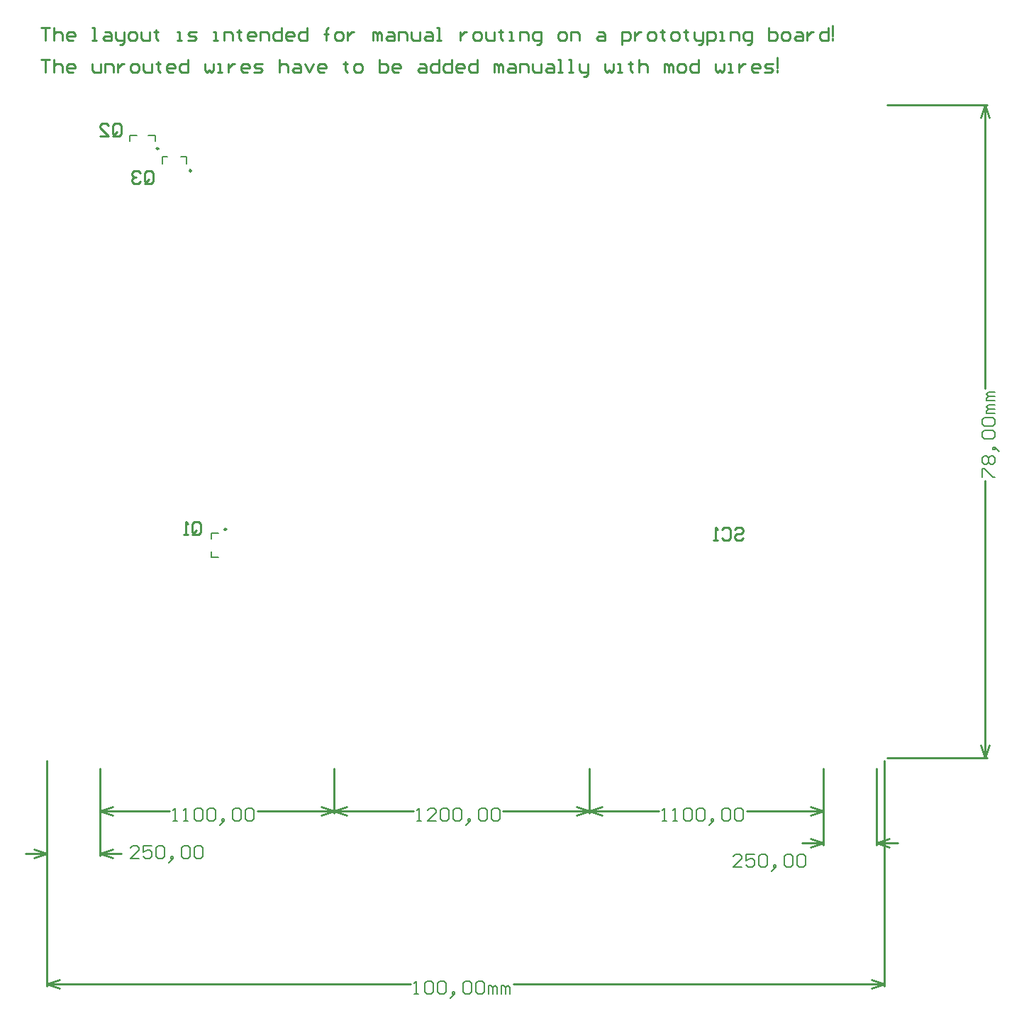
<source format=gbo>
G04 Layer_Color=13813960*
%FSLAX25Y25*%
%MOIN*%
G70*
G01*
G75*
%ADD14C,0.01000*%
%ADD15C,0.00600*%
%ADD42C,0.00787*%
%ADD43C,0.00984*%
D14*
X562202Y599700D02*
X562202Y603699D01*
X563202Y604699D01*
X565201Y604699D01*
X566201Y603699D01*
X566201Y599700D01*
X565201Y598701D01*
X563202Y598701D01*
X564201Y600700D02*
X562202Y598701D01*
X563202Y598701D02*
X562202Y599700D01*
X560203Y598701D02*
X558203Y598701D01*
X559203Y598701D01*
X559203Y604699D01*
X560203Y603699D01*
X524702Y787200D02*
X524702Y791199D01*
X525702Y792199D01*
X527701Y792199D01*
X528701Y791199D01*
X528701Y787200D01*
X527701Y786201D01*
X525702Y786201D01*
X526701Y788200D02*
X524702Y786201D01*
X525702Y786201D02*
X524702Y787200D01*
X518704Y786201D02*
X522703Y786201D01*
X518704Y790200D01*
X518704Y791199D01*
X519704Y792199D01*
X521703Y792199D01*
X522703Y791199D01*
X539702Y764701D02*
X539702Y768699D01*
X540702Y769699D01*
X542701Y769699D01*
X543701Y768699D01*
X543701Y764701D01*
X542701Y763701D01*
X540702Y763701D01*
X541701Y765700D02*
X539702Y763701D01*
X540702Y763701D02*
X539702Y764701D01*
X537703Y768699D02*
X536703Y769699D01*
X534704Y769699D01*
X533704Y768699D01*
X533704Y767699D01*
X534704Y766700D01*
X535703Y766700D01*
X534704Y766700D01*
X533704Y765700D01*
X533704Y764701D01*
X534704Y763701D01*
X536703Y763701D01*
X537703Y764701D01*
X817202Y601199D02*
X818202Y602199D01*
X820201Y602199D01*
X821201Y601199D01*
X821201Y600200D01*
X820201Y599200D01*
X818202Y599200D01*
X817202Y598200D01*
X817202Y597200D01*
X818202Y596201D01*
X820201Y596201D01*
X821201Y597200D01*
X811204Y601199D02*
X812204Y602199D01*
X814203Y602199D01*
X815203Y601199D01*
X815203Y597200D01*
X814203Y596201D01*
X812204Y596201D01*
X811204Y597200D01*
X809205Y596201D02*
X807205Y596201D01*
X808205Y596201D01*
X808205Y602199D01*
X809205Y601199D01*
X491201Y837199D02*
X495199Y837199D01*
X493200Y837199D01*
X493200Y831201D01*
X497199Y837199D02*
X497199Y831201D01*
X497199Y834200D01*
X498199Y835200D01*
X500198Y835200D01*
X501198Y834200D01*
X501198Y831201D01*
X506196Y831201D02*
X504197Y831201D01*
X503197Y832201D01*
X503197Y834200D01*
X504197Y835200D01*
X506196Y835200D01*
X507196Y834200D01*
X507196Y833200D01*
X503197Y833200D01*
X515193Y831201D02*
X517192Y831201D01*
X516193Y831201D01*
X516193Y837199D01*
X515193Y837199D01*
X521191Y835200D02*
X523190Y835200D01*
X524190Y834200D01*
X524190Y831201D01*
X521191Y831201D01*
X520191Y832201D01*
X521191Y833200D01*
X524190Y833200D01*
X526190Y835200D02*
X526190Y832201D01*
X527189Y831201D01*
X530188Y831201D01*
X530188Y830201D01*
X529188Y829201D01*
X528189Y829201D01*
X530188Y831201D02*
X530188Y835200D01*
X533187Y831201D02*
X535187Y831201D01*
X536186Y832201D01*
X536186Y834200D01*
X535187Y835200D01*
X533187Y835200D01*
X532188Y834200D01*
X532188Y832201D01*
X533187Y831201D01*
X538186Y835200D02*
X538186Y832201D01*
X539185Y831201D01*
X542184Y831201D01*
X542184Y835200D01*
X545183Y836199D02*
X545183Y835200D01*
X544184Y835200D01*
X546183Y835200D01*
X545183Y835200D01*
X545183Y832201D01*
X546183Y831201D01*
X555180Y831201D02*
X557179Y831201D01*
X556180Y831201D01*
X556180Y835200D01*
X555180Y835200D01*
X560179Y831201D02*
X563177Y831201D01*
X564177Y832201D01*
X563177Y833200D01*
X561178Y833200D01*
X560179Y834200D01*
X561178Y835200D01*
X564177Y835200D01*
X572175Y831201D02*
X574174Y831201D01*
X573174Y831201D01*
X573174Y835200D01*
X572175Y835200D01*
X577173Y831201D02*
X577173Y835200D01*
X580172Y835200D01*
X581172Y834200D01*
X581172Y831201D01*
X584171Y836199D02*
X584171Y835200D01*
X583171Y835200D01*
X585170Y835200D01*
X584171Y835200D01*
X584171Y832201D01*
X585170Y831201D01*
X591168Y831201D02*
X589169Y831201D01*
X588169Y832201D01*
X588169Y834200D01*
X589169Y835200D01*
X591168Y835200D01*
X592168Y834200D01*
X592168Y833200D01*
X588169Y833200D01*
X594168Y831201D02*
X594168Y835200D01*
X597166Y835200D01*
X598166Y834200D01*
X598166Y831201D01*
X604164Y837199D02*
X604164Y831201D01*
X601165Y831201D01*
X600166Y832201D01*
X600166Y834200D01*
X601165Y835200D01*
X604164Y835200D01*
X609163Y831201D02*
X607163Y831201D01*
X606164Y832201D01*
X606164Y834200D01*
X607163Y835200D01*
X609163Y835200D01*
X610162Y834200D01*
X610162Y833200D01*
X606164Y833200D01*
X616160Y837199D02*
X616160Y831201D01*
X613161Y831201D01*
X612162Y832201D01*
X612162Y834200D01*
X613161Y835200D01*
X616160Y835200D01*
X625157Y831201D02*
X625157Y836199D01*
X625157Y834200D01*
X624158Y834200D01*
X626157Y834200D01*
X625157Y834200D01*
X625157Y836199D01*
X626157Y837199D01*
X630156Y831201D02*
X632155Y831201D01*
X633155Y832201D01*
X633155Y834200D01*
X632155Y835200D01*
X630156Y835200D01*
X629156Y834200D01*
X629156Y832201D01*
X630156Y831201D01*
X635154Y835200D02*
X635154Y831201D01*
X635154Y833200D01*
X636154Y834200D01*
X637154Y835200D01*
X638153Y835200D01*
X647150Y831201D02*
X647150Y835200D01*
X648150Y835200D01*
X649150Y834200D01*
X649150Y831201D01*
X649150Y834200D01*
X650149Y835200D01*
X651149Y834200D01*
X651149Y831201D01*
X654148Y835200D02*
X656147Y835200D01*
X657147Y834200D01*
X657147Y831201D01*
X654148Y831201D01*
X653148Y832201D01*
X654148Y833200D01*
X657147Y833200D01*
X659146Y831201D02*
X659146Y835200D01*
X662146Y835200D01*
X663145Y834200D01*
X663145Y831201D01*
X665144Y835200D02*
X665144Y832201D01*
X666144Y831201D01*
X669143Y831201D01*
X669143Y835200D01*
X672142Y835200D02*
X674142Y835200D01*
X675141Y834200D01*
X675141Y831201D01*
X672142Y831201D01*
X671143Y832201D01*
X672142Y833200D01*
X675141Y833200D01*
X677141Y831201D02*
X679140Y831201D01*
X678140Y831201D01*
X678140Y837199D01*
X677141Y837199D01*
X688137Y835200D02*
X688137Y831201D01*
X688137Y833200D01*
X689137Y834200D01*
X690136Y835200D01*
X691136Y835200D01*
X695135Y831201D02*
X697134Y831201D01*
X698134Y832201D01*
X698134Y834200D01*
X697134Y835200D01*
X695135Y835200D01*
X694135Y834200D01*
X694135Y832201D01*
X695135Y831201D01*
X700133Y835200D02*
X700133Y832201D01*
X701133Y831201D01*
X704132Y831201D01*
X704132Y835200D01*
X707131Y836199D02*
X707131Y835200D01*
X706131Y835200D01*
X708131Y835200D01*
X707131Y835200D01*
X707131Y832201D01*
X708131Y831201D01*
X711130Y831201D02*
X713129Y831201D01*
X712129Y831201D01*
X712129Y835200D01*
X711130Y835200D01*
X716128Y831201D02*
X716128Y835200D01*
X719127Y835200D01*
X720127Y834200D01*
X720127Y831201D01*
X724125Y829201D02*
X725125Y829201D01*
X726125Y830201D01*
X726125Y835200D01*
X723126Y835200D01*
X722126Y834200D01*
X722126Y832201D01*
X723126Y831201D01*
X726125Y831201D01*
X735122Y831201D02*
X737121Y831201D01*
X738121Y832201D01*
X738121Y834200D01*
X737121Y835200D01*
X735122Y835200D01*
X734122Y834200D01*
X734122Y832201D01*
X735122Y831201D01*
X740120Y831201D02*
X740120Y835200D01*
X743119Y835200D01*
X744119Y834200D01*
X744119Y831201D01*
X753116Y835200D02*
X755115Y835200D01*
X756115Y834200D01*
X756115Y831201D01*
X753116Y831201D01*
X752116Y832201D01*
X753116Y833200D01*
X756115Y833200D01*
X764113Y829201D02*
X764113Y835200D01*
X767111Y835200D01*
X768111Y834200D01*
X768111Y832201D01*
X767111Y831201D01*
X764113Y831201D01*
X770111Y835200D02*
X770111Y831201D01*
X770111Y833200D01*
X771110Y834200D01*
X772110Y835200D01*
X773110Y835200D01*
X777108Y831201D02*
X779108Y831201D01*
X780107Y832201D01*
X780107Y834200D01*
X779108Y835200D01*
X777108Y835200D01*
X776109Y834200D01*
X776109Y832201D01*
X777108Y831201D01*
X783106Y836199D02*
X783106Y835200D01*
X782107Y835200D01*
X784106Y835200D01*
X783106Y835200D01*
X783106Y832201D01*
X784106Y831201D01*
X788105Y831201D02*
X790104Y831201D01*
X791104Y832201D01*
X791104Y834200D01*
X790104Y835200D01*
X788105Y835200D01*
X787105Y834200D01*
X787105Y832201D01*
X788105Y831201D01*
X794103Y836199D02*
X794103Y835200D01*
X793103Y835200D01*
X795103Y835200D01*
X794103Y835200D01*
X794103Y832201D01*
X795103Y831201D01*
X798102Y835200D02*
X798102Y832201D01*
X799101Y831201D01*
X802100Y831201D01*
X802100Y830201D01*
X801101Y829201D01*
X800101Y829201D01*
X802100Y831201D02*
X802100Y835200D01*
X804099Y829201D02*
X804099Y835200D01*
X807099Y835200D01*
X808098Y834200D01*
X808098Y832201D01*
X807099Y831201D01*
X804099Y831201D01*
X810098Y831201D02*
X812097Y831201D01*
X811097Y831201D01*
X811097Y835200D01*
X810098Y835200D01*
X815096Y831201D02*
X815096Y835200D01*
X818095Y835200D01*
X819095Y834200D01*
X819095Y831201D01*
X823093Y829201D02*
X824093Y829201D01*
X825093Y830201D01*
X825093Y835200D01*
X822094Y835200D01*
X821094Y834200D01*
X821094Y832201D01*
X822094Y831201D01*
X825093Y831201D01*
X833090Y837199D02*
X833090Y831201D01*
X836089Y831201D01*
X837089Y832201D01*
X837089Y833200D01*
X837089Y834200D01*
X836089Y835200D01*
X833090Y835200D01*
X840088Y831201D02*
X842087Y831201D01*
X843087Y832201D01*
X843087Y834200D01*
X842087Y835200D01*
X840088Y835200D01*
X839088Y834200D01*
X839088Y832201D01*
X840088Y831201D01*
X846086Y835200D02*
X848085Y835200D01*
X849085Y834200D01*
X849085Y831201D01*
X846086Y831201D01*
X845086Y832201D01*
X846086Y833200D01*
X849085Y833200D01*
X851084Y835200D02*
X851084Y831201D01*
X851084Y833200D01*
X852084Y834200D01*
X853084Y835200D01*
X854083Y835200D01*
X861081Y837199D02*
X861081Y831201D01*
X858082Y831201D01*
X857082Y832201D01*
X857082Y834200D01*
X858082Y835200D01*
X861081Y835200D01*
X863081Y833200D02*
X863081Y838198D01*
X863081Y832201D02*
X863081Y831201D01*
X491201Y822199D02*
X495199Y822199D01*
X493200Y822199D01*
X493200Y816201D01*
X497199Y822199D02*
X497199Y816201D01*
X497199Y819200D01*
X498199Y820199D01*
X500198Y820199D01*
X501198Y819200D01*
X501198Y816201D01*
X506196Y816201D02*
X504197Y816201D01*
X503197Y817200D01*
X503197Y819200D01*
X504197Y820199D01*
X506196Y820199D01*
X507196Y819200D01*
X507196Y818200D01*
X503197Y818200D01*
X515193Y820199D02*
X515193Y817200D01*
X516193Y816201D01*
X519192Y816201D01*
X519192Y820199D01*
X521191Y816201D02*
X521191Y820199D01*
X524190Y820199D01*
X525190Y819200D01*
X525190Y816201D01*
X527189Y820199D02*
X527189Y816201D01*
X527189Y818200D01*
X528189Y819200D01*
X529188Y820199D01*
X530188Y820199D01*
X534187Y816201D02*
X536186Y816201D01*
X537186Y817200D01*
X537186Y819200D01*
X536186Y820199D01*
X534187Y820199D01*
X533187Y819200D01*
X533187Y817200D01*
X534187Y816201D01*
X539185Y820199D02*
X539185Y817200D01*
X540185Y816201D01*
X543184Y816201D01*
X543184Y820199D01*
X546183Y821199D02*
X546183Y820199D01*
X545183Y820199D01*
X547183Y820199D01*
X546183Y820199D01*
X546183Y817200D01*
X547183Y816201D01*
X553181Y816201D02*
X551181Y816201D01*
X550182Y817200D01*
X550182Y819200D01*
X551181Y820199D01*
X553181Y820199D01*
X554180Y819200D01*
X554180Y818200D01*
X550182Y818200D01*
X560179Y822199D02*
X560179Y816201D01*
X557179Y816201D01*
X556180Y817200D01*
X556180Y819200D01*
X557179Y820199D01*
X560179Y820199D01*
X568176Y820199D02*
X568176Y817200D01*
X569176Y816201D01*
X570175Y817200D01*
X571175Y816201D01*
X572175Y817200D01*
X572175Y820199D01*
X574174Y816201D02*
X576173Y816201D01*
X575174Y816201D01*
X575174Y820199D01*
X574174Y820199D01*
X579172Y820199D02*
X579172Y816201D01*
X579172Y818200D01*
X580172Y819200D01*
X581172Y820199D01*
X582171Y820199D01*
X588169Y816201D02*
X586170Y816201D01*
X585170Y817200D01*
X585170Y819200D01*
X586170Y820199D01*
X588169Y820199D01*
X589169Y819200D01*
X589169Y818200D01*
X585170Y818200D01*
X591168Y816201D02*
X594168Y816201D01*
X595167Y817200D01*
X594168Y818200D01*
X592168Y818200D01*
X591168Y819200D01*
X592168Y820199D01*
X595167Y820199D01*
X603165Y822199D02*
X603165Y816201D01*
X603165Y819200D01*
X604164Y820199D01*
X606164Y820199D01*
X607163Y819200D01*
X607163Y816201D01*
X610162Y820199D02*
X612162Y820199D01*
X613161Y819200D01*
X613161Y816201D01*
X610162Y816201D01*
X609163Y817200D01*
X610162Y818200D01*
X613161Y818200D01*
X615161Y820199D02*
X617160Y816201D01*
X619159Y820199D01*
X624158Y816201D02*
X622158Y816201D01*
X621159Y817200D01*
X621159Y819200D01*
X622158Y820199D01*
X624158Y820199D01*
X625157Y819200D01*
X625157Y818200D01*
X621159Y818200D01*
X634155Y821199D02*
X634155Y820199D01*
X633155Y820199D01*
X635154Y820199D01*
X634155Y820199D01*
X634155Y817200D01*
X635154Y816201D01*
X639153Y816201D02*
X641152Y816201D01*
X642152Y817200D01*
X642152Y819200D01*
X641152Y820199D01*
X639153Y820199D01*
X638153Y819200D01*
X638153Y817200D01*
X639153Y816201D01*
X650149Y822199D02*
X650149Y816201D01*
X653148Y816201D01*
X654148Y817200D01*
X654148Y818200D01*
X654148Y819200D01*
X653148Y820199D01*
X650149Y820199D01*
X659146Y816201D02*
X657147Y816201D01*
X656147Y817200D01*
X656147Y819200D01*
X657147Y820199D01*
X659146Y820199D01*
X660146Y819200D01*
X660146Y818200D01*
X656147Y818200D01*
X669143Y820199D02*
X671143Y820199D01*
X672142Y819200D01*
X672142Y816201D01*
X669143Y816201D01*
X668144Y817200D01*
X669143Y818200D01*
X672142Y818200D01*
X678140Y822199D02*
X678140Y816201D01*
X675141Y816201D01*
X674142Y817200D01*
X674142Y819200D01*
X675141Y820199D01*
X678140Y820199D01*
X684138Y822199D02*
X684138Y816201D01*
X681139Y816201D01*
X680140Y817200D01*
X680140Y819200D01*
X681139Y820199D01*
X684138Y820199D01*
X689137Y816201D02*
X687137Y816201D01*
X686138Y817200D01*
X686138Y819200D01*
X687137Y820199D01*
X689137Y820199D01*
X690136Y819200D01*
X690136Y818200D01*
X686138Y818200D01*
X696135Y822199D02*
X696135Y816201D01*
X693135Y816201D01*
X692136Y817200D01*
X692136Y819200D01*
X693135Y820199D01*
X696135Y820199D01*
X704132Y816201D02*
X704132Y820199D01*
X705132Y820199D01*
X706131Y819200D01*
X706131Y816201D01*
X706131Y819200D01*
X707131Y820199D01*
X708131Y819200D01*
X708131Y816201D01*
X711130Y820199D02*
X713129Y820199D01*
X714129Y819200D01*
X714129Y816201D01*
X711130Y816201D01*
X710130Y817200D01*
X711130Y818200D01*
X714129Y818200D01*
X716128Y816201D02*
X716128Y820199D01*
X719127Y820199D01*
X720127Y819200D01*
X720127Y816201D01*
X722126Y820199D02*
X722126Y817200D01*
X723126Y816201D01*
X726125Y816201D01*
X726125Y820199D01*
X729124Y820199D02*
X731123Y820199D01*
X732123Y819200D01*
X732123Y816201D01*
X729124Y816201D01*
X728124Y817200D01*
X729124Y818200D01*
X732123Y818200D01*
X734122Y816201D02*
X736122Y816201D01*
X735122Y816201D01*
X735122Y822199D01*
X734122Y822199D01*
X739121Y816201D02*
X741120Y816201D01*
X740120Y816201D01*
X740120Y822199D01*
X739121Y822199D01*
X744119Y820199D02*
X744119Y817200D01*
X745119Y816201D01*
X748118Y816201D01*
X748118Y815201D01*
X747118Y814201D01*
X746118Y814201D01*
X748118Y816201D02*
X748118Y820199D01*
X756115Y820199D02*
X756115Y817200D01*
X757115Y816201D01*
X758114Y817200D01*
X759114Y816201D01*
X760114Y817200D01*
X760114Y820199D01*
X762113Y816201D02*
X764113Y816201D01*
X763113Y816201D01*
X763113Y820199D01*
X762113Y820199D01*
X768111Y821199D02*
X768111Y820199D01*
X767111Y820199D01*
X769111Y820199D01*
X768111Y820199D01*
X768111Y817200D01*
X769111Y816201D01*
X772110Y822199D02*
X772110Y816201D01*
X772110Y819200D01*
X773110Y820199D01*
X775109Y820199D01*
X776109Y819200D01*
X776109Y816201D01*
X784106Y816201D02*
X784106Y820199D01*
X785106Y820199D01*
X786105Y819200D01*
X786105Y816201D01*
X786105Y819200D01*
X787105Y820199D01*
X788105Y819200D01*
X788105Y816201D01*
X791104Y816201D02*
X793103Y816201D01*
X794103Y817200D01*
X794103Y819200D01*
X793103Y820199D01*
X791104Y820199D01*
X790104Y819200D01*
X790104Y817200D01*
X791104Y816201D01*
X800101Y822199D02*
X800101Y816201D01*
X797102Y816201D01*
X796102Y817200D01*
X796102Y819200D01*
X797102Y820199D01*
X800101Y820199D01*
X808098Y820199D02*
X808098Y817200D01*
X809098Y816201D01*
X810098Y817200D01*
X811097Y816201D01*
X812097Y817200D01*
X812097Y820199D01*
X814096Y816201D02*
X816096Y816201D01*
X815096Y816201D01*
X815096Y820199D01*
X814096Y820199D01*
X819095Y820199D02*
X819095Y816201D01*
X819095Y818200D01*
X820094Y819200D01*
X821094Y820199D01*
X822094Y820199D01*
X828092Y816201D02*
X826092Y816201D01*
X825093Y817200D01*
X825093Y819200D01*
X826092Y820199D01*
X828092Y820199D01*
X829091Y819200D01*
X829091Y818200D01*
X825093Y818200D01*
X831091Y816201D02*
X834090Y816201D01*
X835089Y817200D01*
X834090Y818200D01*
X832090Y818200D01*
X831091Y819200D01*
X832090Y820199D01*
X835089Y820199D01*
X837089Y818200D02*
X837089Y823199D01*
X837089Y817200D02*
X837089Y816201D01*
X628701Y467701D02*
X628701Y488701D01*
X518701Y467701D02*
X518701Y488701D01*
X592695Y468701D02*
X628701Y468701D01*
X518701Y468701D02*
X551507Y468701D01*
X622701Y470701D02*
X628701Y468701D01*
X622701Y466701D02*
X628701Y468701D01*
X518701Y468701D02*
X524701Y466701D01*
X518701Y468701D02*
X524701Y470701D01*
X748701Y467701D02*
X748701Y488701D01*
X628701Y467701D02*
X628701Y488701D01*
X708194Y468701D02*
X748701Y468701D01*
X628701Y468701D02*
X666007Y468701D01*
X742701Y470701D02*
X748701Y468701D01*
X742701Y466701D02*
X748701Y468701D01*
X628701Y468701D02*
X634701Y466701D01*
X628701Y468701D02*
X634701Y470701D01*
X858701Y467701D02*
X858701Y488701D01*
X748701Y467701D02*
X748701Y488701D01*
X822695Y468701D02*
X858701Y468701D01*
X748701Y468701D02*
X781507Y468701D01*
X852701Y470701D02*
X858701Y468701D01*
X852701Y466701D02*
X858701Y468701D01*
X748701Y468701D02*
X754701Y466701D01*
X748701Y468701D02*
X754701Y470701D01*
X518701Y447701D02*
X518701Y488701D01*
X493701Y447701D02*
X493701Y488701D01*
X483701Y448701D02*
X493701Y448701D01*
X518701Y448701D02*
X528701Y448701D01*
X487701Y450701D02*
X493701Y448701D01*
X487701Y446701D02*
X493701Y448701D01*
X518701Y448701D02*
X524701Y446701D01*
X518701Y448701D02*
X524701Y450701D01*
X858701Y452701D02*
X858701Y488701D01*
X883701Y452701D02*
X883701Y488701D01*
X883701Y453701D02*
X893701Y453701D01*
X848701Y453701D02*
X858701Y453701D01*
X883701Y453701D02*
X889701Y451701D01*
X883701Y453701D02*
X889701Y455701D01*
X852701Y455701D02*
X858701Y453701D01*
X852701Y451701D02*
X858701Y453701D01*
X887402Y386402D02*
X887402Y492307D01*
X493701Y386402D02*
X493701Y492307D01*
X713044Y387402D02*
X887402Y387402D01*
X493701Y387402D02*
X664858Y387402D01*
X881402Y389402D02*
X887402Y387402D01*
X881402Y385402D02*
X887402Y387402D01*
X493701Y387402D02*
X499701Y385402D01*
X493701Y387402D02*
X499701Y389402D01*
X888795Y800787D02*
X935646Y800787D01*
X888795Y493701D02*
X935646Y493701D01*
X934646Y667238D02*
X934646Y800787D01*
X934646Y493701D02*
X934646Y624051D01*
X932646Y794787D02*
X934646Y800787D01*
X936646Y794787D01*
X934646Y493701D02*
X936646Y499701D01*
X932646Y499701D02*
X934646Y493701D01*
D15*
X553107Y464102D02*
X555106Y464102D01*
X554107Y464102D01*
X554107Y470100D01*
X553107Y469101D01*
X558105Y464102D02*
X560105Y464102D01*
X559105Y464102D01*
X559105Y470100D01*
X558105Y469101D01*
X563104Y469101D02*
X564103Y470100D01*
X566103Y470100D01*
X567102Y469101D01*
X567102Y465102D01*
X566103Y464102D01*
X564103Y464102D01*
X563104Y465102D01*
X563104Y469101D01*
X569102Y469101D02*
X570101Y470100D01*
X572101Y470100D01*
X573101Y469101D01*
X573101Y465102D01*
X572101Y464102D01*
X570101Y464102D01*
X569102Y465102D01*
X569102Y469101D01*
X576099Y463102D02*
X577099Y464102D01*
X577099Y465102D01*
X576099Y465102D01*
X576099Y464102D01*
X577099Y464102D01*
X576099Y463102D01*
X575100Y462103D01*
X581098Y469101D02*
X582097Y470100D01*
X584097Y470100D01*
X585097Y469101D01*
X585097Y465102D01*
X584097Y464102D01*
X582097Y464102D01*
X581098Y465102D01*
X581098Y469101D01*
X587096Y469101D02*
X588096Y470100D01*
X590095Y470100D01*
X591095Y469101D01*
X591095Y465102D01*
X590095Y464102D01*
X588096Y464102D01*
X587096Y465102D01*
X587096Y469101D01*
X667607Y464102D02*
X669606Y464102D01*
X668607Y464102D01*
X668607Y470100D01*
X667607Y469101D01*
X676604Y464102D02*
X672606Y464102D01*
X676604Y468101D01*
X676604Y469101D01*
X675604Y470100D01*
X673605Y470100D01*
X672606Y469101D01*
X678604Y469101D02*
X679603Y470100D01*
X681603Y470100D01*
X682602Y469101D01*
X682602Y465102D01*
X681603Y464102D01*
X679603Y464102D01*
X678604Y465102D01*
X678604Y469101D01*
X684602Y469101D02*
X685601Y470100D01*
X687601Y470100D01*
X688600Y469101D01*
X688600Y465102D01*
X687601Y464102D01*
X685601Y464102D01*
X684602Y465102D01*
X684602Y469101D01*
X691599Y463102D02*
X692599Y464102D01*
X692599Y465102D01*
X691599Y465102D01*
X691599Y464102D01*
X692599Y464102D01*
X691599Y463102D01*
X690600Y462103D01*
X696598Y469101D02*
X697597Y470100D01*
X699597Y470100D01*
X700596Y469101D01*
X700596Y465102D01*
X699597Y464102D01*
X697597Y464102D01*
X696598Y465102D01*
X696598Y469101D01*
X702596Y469101D02*
X703595Y470100D01*
X705595Y470100D01*
X706595Y469101D01*
X706595Y465102D01*
X705595Y464102D01*
X703595Y464102D01*
X702596Y465102D01*
X702596Y469101D01*
X783107Y464102D02*
X785106Y464102D01*
X784107Y464102D01*
X784107Y470100D01*
X783107Y469101D01*
X788105Y464102D02*
X790105Y464102D01*
X789105Y464102D01*
X789105Y470100D01*
X788105Y469101D01*
X793104Y469101D02*
X794103Y470100D01*
X796103Y470100D01*
X797102Y469101D01*
X797102Y465102D01*
X796103Y464102D01*
X794103Y464102D01*
X793104Y465102D01*
X793104Y469101D01*
X799102Y469101D02*
X800101Y470100D01*
X802101Y470100D01*
X803100Y469101D01*
X803100Y465102D01*
X802101Y464102D01*
X800101Y464102D01*
X799102Y465102D01*
X799102Y469101D01*
X806100Y463102D02*
X807099Y464102D01*
X807099Y465102D01*
X806100Y465102D01*
X806100Y464102D01*
X807099Y464102D01*
X806100Y463102D01*
X805100Y462103D01*
X811098Y469101D02*
X812097Y470100D01*
X814097Y470100D01*
X815097Y469101D01*
X815097Y465102D01*
X814097Y464102D01*
X812097Y464102D01*
X811098Y465102D01*
X811098Y469101D01*
X817096Y469101D02*
X818096Y470100D01*
X820095Y470100D01*
X821095Y469101D01*
X821095Y465102D01*
X820095Y464102D01*
X818096Y464102D01*
X817096Y465102D01*
X817096Y469101D01*
X537070Y446457D02*
X533071Y446457D01*
X537070Y450455D01*
X537070Y451455D01*
X536070Y452455D01*
X534071Y452455D01*
X533071Y451455D01*
X543068Y452455D02*
X539069Y452455D01*
X539069Y449456D01*
X541068Y450455D01*
X542068Y450455D01*
X543068Y449456D01*
X543068Y447456D01*
X542068Y446457D01*
X540069Y446457D01*
X539069Y447456D01*
X545067Y451455D02*
X546067Y452455D01*
X548066Y452455D01*
X549066Y451455D01*
X549066Y447456D01*
X548066Y446457D01*
X546067Y446457D01*
X545067Y447456D01*
X545067Y451455D01*
X552065Y445457D02*
X553064Y446457D01*
X553064Y447456D01*
X552065Y447456D01*
X552065Y446457D01*
X553064Y446457D01*
X552065Y445457D01*
X551065Y444457D01*
X557063Y451455D02*
X558063Y452455D01*
X560062Y452455D01*
X561062Y451455D01*
X561062Y447456D01*
X560062Y446457D01*
X558063Y446457D01*
X557063Y447456D01*
X557063Y451455D01*
X563061Y451455D02*
X564061Y452455D01*
X566060Y452455D01*
X567060Y451455D01*
X567060Y447456D01*
X566060Y446457D01*
X564061Y446457D01*
X563061Y447456D01*
X563061Y451455D01*
X820534Y442520D02*
X816535Y442520D01*
X820534Y446518D01*
X820534Y447518D01*
X819534Y448518D01*
X817535Y448518D01*
X816535Y447518D01*
X826532Y448518D02*
X822534Y448518D01*
X822534Y445519D01*
X824533Y446518D01*
X825533Y446518D01*
X826532Y445519D01*
X826532Y443519D01*
X825533Y442520D01*
X823533Y442520D01*
X822534Y443519D01*
X828532Y447518D02*
X829531Y448518D01*
X831531Y448518D01*
X832530Y447518D01*
X832530Y443519D01*
X831531Y442520D01*
X829531Y442520D01*
X828532Y443519D01*
X828532Y447518D01*
X835529Y441520D02*
X836529Y442520D01*
X836529Y443519D01*
X835529Y443519D01*
X835529Y442520D01*
X836529Y442520D01*
X835529Y441520D01*
X834530Y440520D01*
X840528Y447518D02*
X841527Y448518D01*
X843527Y448518D01*
X844526Y447518D01*
X844526Y443519D01*
X843527Y442520D01*
X841527Y442520D01*
X840528Y443519D01*
X840528Y447518D01*
X846526Y447518D02*
X847525Y448518D01*
X849525Y448518D01*
X850525Y447518D01*
X850525Y443519D01*
X849525Y442520D01*
X847525Y442520D01*
X846526Y443519D01*
X846526Y447518D01*
X666459Y382803D02*
X668458Y382803D01*
X667458Y382803D01*
X667458Y388801D01*
X666459Y387801D01*
X671457Y387801D02*
X672457Y388801D01*
X674456Y388801D01*
X675456Y387801D01*
X675456Y383803D01*
X674456Y382803D01*
X672457Y382803D01*
X671457Y383803D01*
X671457Y387801D01*
X677455Y387801D02*
X678455Y388801D01*
X680454Y388801D01*
X681454Y387801D01*
X681454Y383803D01*
X680454Y382803D01*
X678455Y382803D01*
X677455Y383803D01*
X677455Y387801D01*
X684453Y381803D02*
X685452Y382803D01*
X685452Y383803D01*
X684453Y383803D01*
X684453Y382803D01*
X685452Y382803D01*
X684453Y381803D01*
X683453Y380803D01*
X689451Y387801D02*
X690451Y388801D01*
X692450Y388801D01*
X693450Y387801D01*
X693450Y383803D01*
X692450Y382803D01*
X690451Y382803D01*
X689451Y383803D01*
X689451Y387801D01*
X695449Y387801D02*
X696449Y388801D01*
X698448Y388801D01*
X699448Y387801D01*
X699448Y383803D01*
X698448Y382803D01*
X696449Y382803D01*
X695449Y383803D01*
X695449Y387801D01*
X701447Y382803D02*
X701447Y386802D01*
X702447Y386802D01*
X703446Y385802D01*
X703446Y382803D01*
X703446Y385802D01*
X704446Y386802D01*
X705446Y385802D01*
X705446Y382803D01*
X707445Y382803D02*
X707445Y386802D01*
X708445Y386802D01*
X709445Y385802D01*
X709445Y382803D01*
X709445Y385802D01*
X710444Y386802D01*
X711444Y385802D01*
X711444Y382803D01*
X933246Y625651D02*
X933246Y629649D01*
X934246Y629649D01*
X938245Y625651D01*
X939244Y625651D01*
X934246Y631649D02*
X933246Y632648D01*
X933246Y634648D01*
X934246Y635647D01*
X935246Y635647D01*
X936245Y634648D01*
X937245Y635647D01*
X938245Y635647D01*
X939244Y634648D01*
X939244Y632648D01*
X938245Y631649D01*
X937245Y631649D01*
X936245Y632648D01*
X935246Y631649D01*
X934246Y631649D01*
X936245Y632648D02*
X936245Y634648D01*
X940244Y638646D02*
X939244Y639646D01*
X938245Y639646D01*
X938245Y638646D01*
X939244Y638646D01*
X939244Y639646D01*
X940244Y638646D01*
X941244Y637647D01*
X934246Y643645D02*
X933246Y644644D01*
X933246Y646644D01*
X934246Y647644D01*
X938245Y647644D01*
X939244Y646644D01*
X939244Y644644D01*
X938245Y643645D01*
X934246Y643645D01*
X934246Y649643D02*
X933246Y650642D01*
X933246Y652642D01*
X934246Y653642D01*
X938245Y653642D01*
X939244Y652642D01*
X939244Y650642D01*
X938245Y649643D01*
X934246Y649643D01*
X939244Y655641D02*
X935246Y655641D01*
X935246Y656640D01*
X936245Y657640D01*
X939244Y657640D01*
X936245Y657640D01*
X935246Y658640D01*
X936245Y659640D01*
X939244Y659640D01*
X939244Y661639D02*
X935246Y661639D01*
X935246Y662639D01*
X936245Y663638D01*
X939244Y663638D01*
X936245Y663638D01*
X935246Y664638D01*
X936245Y665638D01*
X939244Y665638D01*
D42*
X571142Y587953D02*
X571142Y590551D01*
X571142Y587953D02*
X574350Y587953D01*
X571142Y596850D02*
X571142Y599449D01*
X574350Y599449D01*
X547953Y776260D02*
X550551Y776260D01*
X547953Y773051D02*
X547953Y776260D01*
X556850Y776260D02*
X559449Y776260D01*
X559449Y773051D02*
X559449Y776260D01*
X532795Y786457D02*
X535945Y786457D01*
X532795Y783701D02*
X532795Y786457D01*
X541457Y786457D02*
X544606Y786457D01*
X544606Y783701D02*
X544606Y786457D01*
D43*
X578130Y601181D02*
G03*
X578130Y601181I-492J0D01*
G01*
X561673Y769764D02*
G03*
X561673Y769764I-492J0D01*
G01*
X546279Y780158D02*
G03*
X546279Y780158I-492J0D01*
G01*
M02*

</source>
